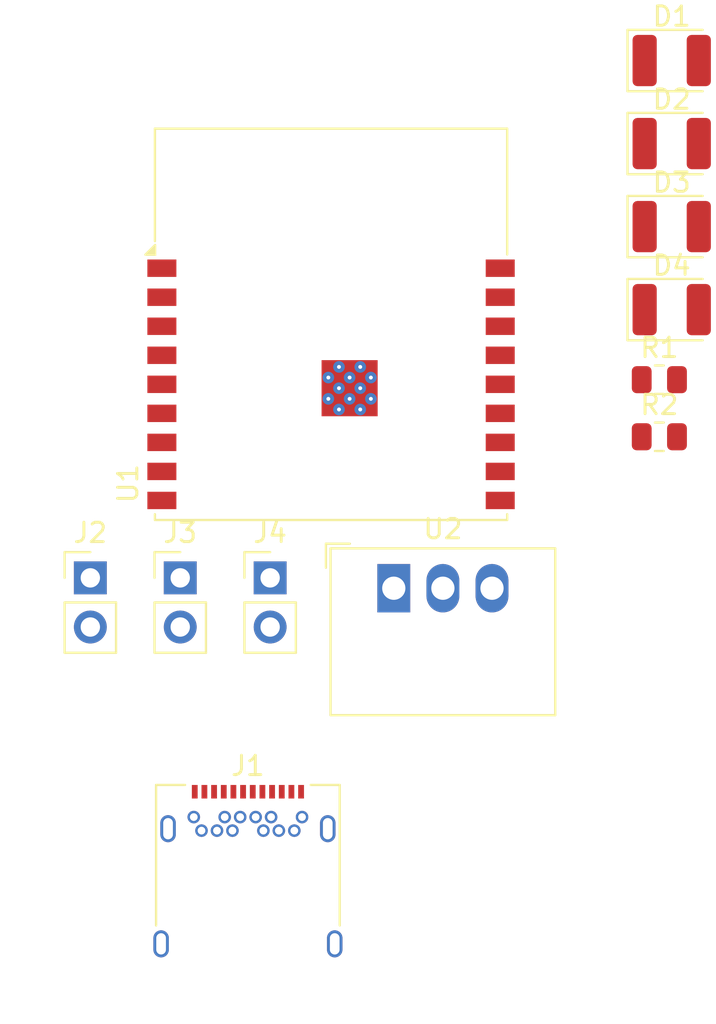
<source format=kicad_pcb>
(kicad_pcb (version 20240108) (generator "pcbnew") (generator_version "8.0")
  (layers (0 "F.Cu" signal) (31 "B.Cu" signal) (34 "B.Paste" user) (35 "F.Paste" user) (36 "B.SilkS" user "B.Silkscreen") (37 "F.SilkS" user "F.Silkscreen") (38 "B.Mask" user) (39 "F.Mask" user) (44 "Edge.Cuts" user))
  (net 0 "")
  (net 1 "Net-(D1-A)")
  (net 2 "GND")
  (net 3 "Net-(D2-A)")
  (net 4 "Net-(D3-A)")
  (net 5 "Net-(D4-A)")
  (net 9 "VBUS")
  (net 11 "Net-(J1-CC2)")
  (net 19 "Net-(J1-CC1)")
  (net 23 "Net-(J2-Pin_1)")
  (net 24 "Net-(J2-Pin_2)")
  (net 25 "Net-(J3-Pin_2)")
  (net 26 "Net-(J3-Pin_1)")
  (footprint "RF_Module:ESP32-C3-WROOM-02" (layer "F.Cu") (at 91.29 51.59)
    (property "Reference" "U1" (at -10.5 5.13 90) (layer "F.SilkS"))
    (property "Value" "ESP32-C3-WROOM-02")
    (fp_line (start -9.11 -13.21) (end -9.11 -7.4) (stroke (width 0.12)) (layer "F.SilkS"))
    (fp_line (start -9.11 -13.21) (end 9.11 -13.21) (stroke (width 0.12)) (layer "F.SilkS"))
    (fp_line (start -9.11 6.71) (end -9.11 7.01) (stroke (width 0.12)) (layer "F.SilkS"))
    (fp_line (start -9.11 7.01) (end 9.11 7.01) (stroke (width 0.12)) (layer "F.SilkS"))
    (fp_line (start 9.11 -13.21) (end 9.11 -6.71) (stroke (width 0.12)) (layer "F.SilkS"))
    (fp_line (start 9.11 6.71) (end 9.11 7.01) (stroke (width 0.12)) (layer "F.SilkS"))
    (fp_poly (pts (xy -9.1 -6.7) (xy -9.6 -6.7) (xy -9.1 -7.2) (xy -9.1 -6.7)) (stroke (width 0.12)) (fill solid) (layer "F.SilkS"))
    (pad "1" smd rect (at -8.75 -6) (size 1.5 0.9) (layers "F.Cu" "F.Paste" "F.Mask") (net 24 "Net-(J2-Pin_2)"))
    (pad "2" smd rect (at -8.75 -4.5) (size 1.5 0.9) (layers "F.Cu" "F.Paste" "F.Mask") (net 23 "Net-(J2-Pin_1)"))
    (pad "3" smd rect (at -8.75 -3) (size 1.5 0.9) (layers "F.Cu" "F.Paste" "F.Mask") (net 3 "Net-(D2-A)"))
    (pad "4" smd rect (at -8.75 -1.5) (size 1.5 0.9) (layers "F.Cu" "F.Paste" "F.Mask") (net 4 "Net-(D3-A)"))
    (pad "5" smd rect (at -8.75 0) (size 1.5 0.9) (layers "F.Cu" "F.Paste" "F.Mask") (net 5 "Net-(D4-A)"))
    (pad "6" smd rect (at -8.75 1.5) (size 1.5 0.9) (layers "F.Cu" "F.Paste" "F.Mask"))
    (pad "7" smd rect (at -8.75 3) (size 1.5 0.9) (layers "F.Cu" "F.Paste" "F.Mask"))
    (pad "8" smd rect (at -8.75 4.5) (size 1.5 0.9) (layers "F.Cu" "F.Paste" "F.Mask"))
    (pad "9" smd rect (at -8.75 6) (size 1.5 0.9) (layers "F.Cu" "F.Paste" "F.Mask") (net 2 "GND"))
    (pad "10" smd rect (at 8.75 6) (size 1.5 0.9) (layers "F.Cu" "F.Paste" "F.Mask"))
    (pad "11" smd rect (at 8.75 4.5) (size 1.5 0.9) (layers "F.Cu" "F.Paste" "F.Mask") (net 26 "Net-(J3-Pin_1)"))
    (pad "12" smd rect (at 8.75 3) (size 1.5 0.9) (layers "F.Cu" "F.Paste" "F.Mask") (net 25 "Net-(J3-Pin_2)"))
    (pad "13" smd rect (at 8.75 1.5) (size 1.5 0.9) (layers "F.Cu" "F.Paste" "F.Mask"))
    (pad "14" smd rect (at 8.75 0) (size 1.5 0.9) (layers "F.Cu" "F.Paste" "F.Mask"))
    (pad "15" smd rect (at 8.75 -1.5) (size 1.5 0.9) (layers "F.Cu" "F.Paste" "F.Mask") (net 1 "Net-(D1-A)"))
    (pad "16" smd rect (at 8.75 -3) (size 1.5 0.9) (layers "F.Cu" "F.Paste" "F.Mask"))
    (pad "17" smd rect (at 8.75 -4.5) (size 1.5 0.9) (layers "F.Cu" "F.Paste" "F.Mask"))
    (pad "18" smd rect (at 8.75 -6) (size 1.5 0.9) (layers "F.Cu" "F.Paste" "F.Mask"))
    (pad "19" thru_hole circle (at -0.14 -0.35) (size 0.6 0.6) (drill 0.2) (property pad_prop_heatsink) (layers "*.Cu" "F.Mask") (net 2 "GND"))
    (pad "19" thru_hole circle (at -0.14 0.75) (size 0.6 0.6) (drill 0.2) (property pad_prop_heatsink) (layers "*.Cu" "F.Mask") (net 2 "GND"))
    (pad "19" thru_hole circle (at 0.41 -0.9) (size 0.6 0.6) (drill 0.2) (property pad_prop_heatsink) (layers "*.Cu" "F.Mask") (net 2 "GND"))
    (pad "19" thru_hole circle (at 0.41 0.2) (size 0.6 0.6) (drill 0.2) (property pad_prop_heatsink) (layers "*.Cu" "F.Mask") (net 2 "GND"))
    (pad "19" thru_hole circle (at 0.41 1.3) (size 0.6 0.6) (drill 0.2) (property pad_prop_heatsink) (layers "*.Cu" "F.Mask") (net 2 "GND"))
    (pad "19" thru_hole circle (at 0.96 -0.35) (size 0.6 0.6) (drill 0.2) (property pad_prop_heatsink) (layers "*.Cu" "F.Mask") (net 2 "GND"))
    (pad "19" smd rect (at 0.96 0.2) (size 2.9 2.9) (property pad_prop_heatsink) (layers "F.Cu" "F.Mask") (net 2 "GND"))
    (pad "19" thru_hole circle (at 0.96 0.75) (size 0.6 0.6) (drill 0.2) (property pad_prop_heatsink) (layers "*.Cu" "F.Mask") (net 2 "GND"))
    (pad "19" thru_hole circle (at 1.51 -0.9) (size 0.6 0.6) (drill 0.2) (property pad_prop_heatsink) (layers "*.Cu" "F.Mask") (net 2 "GND"))
    (pad "19" thru_hole circle (at 1.51 0.2) (size 0.6 0.6) (drill 0.2) (property pad_prop_heatsink) (layers "*.Cu" "F.Mask") (net 2 "GND"))
    (pad "19" thru_hole circle (at 1.51 1.3) (size 0.6 0.6) (drill 0.2) (property pad_prop_heatsink) (layers "*.Cu" "F.Mask") (net 2 "GND"))
    (pad "19" thru_hole circle (at 2.06 -0.35) (size 0.6 0.6) (drill 0.2) (property pad_prop_heatsink) (layers "*.Cu" "F.Mask") (net 2 "GND"))
    (pad "19" thru_hole circle (at 2.06 0.75) (size 0.6 0.6) (drill 0.2) (property pad_prop_heatsink) (layers "*.Cu" "F.Mask") (net 2 "GND"))
  )
  (footprint "Resistor_SMD:R_0805_2012Metric" (layer "F.Cu") (at 108.27 54.3)
    (property "Reference" "R2" (at 0 -1.65 0) (layer "F.SilkS"))
    (property "Value" "5.11k")
    (fp_line (start -0.227064 -0.735) (end 0.227064 -0.735) (stroke (width 0.12)) (layer "F.SilkS"))
    (fp_line (start -0.227064 0.735) (end 0.227064 0.735) (stroke (width 0.12)) (layer "F.SilkS"))
    (pad "1" smd roundrect (at -0.9125 0) (size 1.025 1.4) (layers "F.Cu" "F.Paste" "F.Mask") (roundrect_rratio 0.243902) (net 19 "Net-(J1-CC1)"))
    (pad "2" smd roundrect (at 0.9125 0) (size 1.025 1.4) (layers "F.Cu" "F.Paste" "F.Mask") (roundrect_rratio 0.243902) (net 2 "GND"))
  )
  (footprint "Connector_PinHeader_2.54mm:PinHeader_1x02_P2.54mm_Vertical" (layer "F.Cu") (at 88.14 61.59)
    (property "Reference" "J4" (at 0 -2.33 0) (layer "F.SilkS"))
    (property "Value" "Conn_01x02")
    (fp_line (start -1.33 -1.33) (end 0 -1.33) (stroke (width 0.12)) (layer "F.SilkS"))
    (fp_line (start -1.33 0) (end -1.33 -1.33) (stroke (width 0.12)) (layer "F.SilkS"))
    (fp_line (start -1.33 1.27) (end -1.33 3.87) (stroke (width 0.12)) (layer "F.SilkS"))
    (fp_line (start -1.33 1.27) (end 1.33 1.27) (stroke (width 0.12)) (layer "F.SilkS"))
    (fp_line (start -1.33 3.87) (end 1.33 3.87) (stroke (width 0.12)) (layer "F.SilkS"))
    (fp_line (start 1.33 1.27) (end 1.33 3.87) (stroke (width 0.12)) (layer "F.SilkS"))
    (pad "1" thru_hole rect (at 0 0) (size 1.7 1.7) (drill 1) (layers "*.Cu" "*.Mask") (net 24 "Net-(J2-Pin_2)"))
    (pad "2" thru_hole oval (at 0 2.54) (size 1.7 1.7) (drill 1) (layers "*.Cu" "*.Mask") (net 2 "GND"))
  )
  (footprint "LED_SMD:LED_1210_3225Metric" (layer "F.Cu") (at 108.91 34.86)
    (property "Reference" "D1" (at 0 -2.28 0) (layer "F.SilkS"))
    (property "Value" "LED")
    (fp_line (start -2.285 -1.585) (end -2.285 1.585) (stroke (width 0.12)) (layer "F.SilkS"))
    (fp_line (start -2.285 1.585) (end 1.6 1.585) (stroke (width 0.12)) (layer "F.SilkS"))
    (fp_line (start 1.6 -1.585) (end -2.285 -1.585) (stroke (width 0.12)) (layer "F.SilkS"))
    (pad "1" smd roundrect (at -1.4 0) (size 1.25 2.65) (layers "F.Cu" "F.Paste" "F.Mask") (roundrect_rratio 0.2) (net 2 "GND"))
    (pad "2" smd roundrect (at 1.4 0) (size 1.25 2.65) (layers "F.Cu" "F.Paste" "F.Mask") (roundrect_rratio 0.2) (net 1 "Net-(D1-A)"))
  )
  (footprint "LED_SMD:LED_1210_3225Metric" (layer "F.Cu") (at 108.91 39.15)
    (property "Reference" "D2" (at 0 -2.28 0) (layer "F.SilkS"))
    (property "Value" "LED")
    (fp_line (start -2.285 -1.585) (end -2.285 1.585) (stroke (width 0.12)) (layer "F.SilkS"))
    (fp_line (start -2.285 1.585) (end 1.6 1.585) (stroke (width 0.12)) (layer "F.SilkS"))
    (fp_line (start 1.6 -1.585) (end -2.285 -1.585) (stroke (width 0.12)) (layer "F.SilkS"))
    (pad "1" smd roundrect (at -1.4 0) (size 1.25 2.65) (layers "F.Cu" "F.Paste" "F.Mask") (roundrect_rratio 0.2) (net 2 "GND"))
    (pad "2" smd roundrect (at 1.4 0) (size 1.25 2.65) (layers "F.Cu" "F.Paste" "F.Mask") (roundrect_rratio 0.2) (net 3 "Net-(D2-A)"))
  )
  (footprint "Resistor_SMD:R_0805_2012Metric" (layer "F.Cu") (at 108.27 51.35)
    (property "Reference" "R1" (at 0 -1.65 0) (layer "F.SilkS"))
    (property "Value" "5.11k")
    (fp_line (start -0.227064 -0.735) (end 0.227064 -0.735) (stroke (width 0.12)) (layer "F.SilkS"))
    (fp_line (start -0.227064 0.735) (end 0.227064 0.735) (stroke (width 0.12)) (layer "F.SilkS"))
    (pad "1" smd roundrect (at -0.9125 0) (size 1.025 1.4) (layers "F.Cu" "F.Paste" "F.Mask") (roundrect_rratio 0.243902) (net 2 "GND"))
    (pad "2" smd roundrect (at 0.9125 0) (size 1.025 1.4) (layers "F.Cu" "F.Paste" "F.Mask") (roundrect_rratio 0.243902) (net 11 "Net-(J1-CC2)"))
  )
  (footprint "LED_SMD:LED_1210_3225Metric" (layer "F.Cu") (at 108.91 43.44)
    (property "Reference" "D3" (at 0 -2.28 0) (layer "F.SilkS"))
    (property "Value" "LED")
    (fp_line (start -2.285 -1.585) (end -2.285 1.585) (stroke (width 0.12)) (layer "F.SilkS"))
    (fp_line (start -2.285 1.585) (end 1.6 1.585) (stroke (width 0.12)) (layer "F.SilkS"))
    (fp_line (start 1.6 -1.585) (end -2.285 -1.585) (stroke (width 0.12)) (layer "F.SilkS"))
    (pad "1" smd roundrect (at -1.4 0) (size 1.25 2.65) (layers "F.Cu" "F.Paste" "F.Mask") (roundrect_rratio 0.2) (net 2 "GND"))
    (pad "2" smd roundrect (at 1.4 0) (size 1.25 2.65) (layers "F.Cu" "F.Paste" "F.Mask") (roundrect_rratio 0.2) (net 4 "Net-(D3-A)"))
  )
  (footprint "Connector_PinHeader_2.54mm:PinHeader_1x02_P2.54mm_Vertical" (layer "F.Cu") (at 83.49 61.59)
    (property "Reference" "J3" (at 0 -2.33 0) (layer "F.SilkS"))
    (property "Value" "Conn_01x02")
    (fp_line (start -1.33 -1.33) (end 0 -1.33) (stroke (width 0.12)) (layer "F.SilkS"))
    (fp_line (start -1.33 0) (end -1.33 -1.33) (stroke (width 0.12)) (layer "F.SilkS"))
    (fp_line (start -1.33 1.27) (end -1.33 3.87) (stroke (width 0.12)) (layer "F.SilkS"))
    (fp_line (start -1.33 1.27) (end 1.33 1.27) (stroke (width 0.12)) (layer "F.SilkS"))
    (fp_line (start -1.33 3.87) (end 1.33 3.87) (stroke (width 0.12)) (layer "F.SilkS"))
    (fp_line (start 1.33 1.27) (end 1.33 3.87) (stroke (width 0.12)) (layer "F.SilkS"))
    (pad "1" thru_hole rect (at 0 0) (size 1.7 1.7) (drill 1) (layers "*.Cu" "*.Mask") (net 26 "Net-(J3-Pin_1)"))
    (pad "2" thru_hole oval (at 0 2.54) (size 1.7 1.7) (drill 1) (layers "*.Cu" "*.Mask") (net 25 "Net-(J3-Pin_2)"))
  )
  (footprint "Connector_PinHeader_2.54mm:PinHeader_1x02_P2.54mm_Vertical" (layer "F.Cu") (at 78.84 61.59)
    (property "Reference" "J2" (at 0 -2.33 0) (layer "F.SilkS"))
    (property "Value" "Conn_01x02")
    (fp_line (start -1.33 -1.33) (end 0 -1.33) (stroke (width 0.12)) (layer "F.SilkS"))
    (fp_line (start -1.33 0) (end -1.33 -1.33) (stroke (width 0.12)) (layer "F.SilkS"))
    (fp_line (start -1.33 1.27) (end -1.33 3.87) (stroke (width 0.12)) (layer "F.SilkS"))
    (fp_line (start -1.33 1.27) (end 1.33 1.27) (stroke (width 0.12)) (layer "F.SilkS"))
    (fp_line (start -1.33 3.87) (end 1.33 3.87) (stroke (width 0.12)) (layer "F.SilkS"))
    (fp_line (start 1.33 1.27) (end 1.33 3.87) (stroke (width 0.12)) (layer "F.SilkS"))
    (pad "1" thru_hole rect (at 0 0) (size 1.7 1.7) (drill 1) (layers "*.Cu" "*.Mask") (net 23 "Net-(J2-Pin_1)"))
    (pad "2" thru_hole oval (at 0 2.54) (size 1.7 1.7) (drill 1) (layers "*.Cu" "*.Mask") (net 24 "Net-(J2-Pin_2)"))
  )
  (footprint "Converter_DCDC:Converter_DCDC_RECOM_R-78B-2.0_THT" (layer "F.Cu") (at 94.535 62.125)
    (property "Reference" "U2" (at 2.54 -3.06 0) (layer "F.SilkS"))
    (property "Value" "R-78B3.3-2.0")
    (fp_line (start -3.51 -2.3) (end -2.27 -2.3) (stroke (width 0.12)) (layer "F.SilkS"))
    (fp_line (start -3.51 -1.06) (end -3.51 -2.3) (stroke (width 0.12)) (layer "F.SilkS"))
    (fp_line (start -3.27 -2.06) (end -3.27 6.56) (stroke (width 0.12)) (layer "F.SilkS"))
    (fp_line (start -3.27 -2.06) (end 8.35 -2.06) (stroke (width 0.12)) (layer "F.SilkS"))
    (fp_line (start -3.27 6.56) (end 8.35 6.56) (stroke (width 0.12)) (layer "F.SilkS"))
    (fp_line (start 8.35 -2.06) (end 8.35 6.56) (stroke (width 0.12)) (layer "F.SilkS"))
    (pad "1" thru_hole rect (at 0 0) (size 1.7 2.5) (drill 1.2) (layers "*.Cu" "*.Mask") (net 9 "VBUS"))
    (pad "2" thru_hole oval (at 2.54 0) (size 1.7 2.5) (drill 1.2) (layers "*.Cu" "*.Mask") (net 2 "GND"))
    (pad "3" thru_hole oval (at 5.08 0) (size 1.7 2.5) (drill 1.2) (layers "*.Cu" "*.Mask") (net 24 "Net-(J2-Pin_2)"))
  )
  (footprint "LED_SMD:LED_1210_3225Metric" (layer "F.Cu") (at 108.91 47.73)
    (property "Reference" "D4" (at 0 -2.28 0) (layer "F.SilkS"))
    (property "Value" "LED")
    (fp_line (start -2.285 -1.585) (end -2.285 1.585) (stroke (width 0.12)) (layer "F.SilkS"))
    (fp_line (start -2.285 1.585) (end 1.6 1.585) (stroke (width 0.12)) (layer "F.SilkS"))
    (fp_line (start 1.6 -1.585) (end -2.285 -1.585) (stroke (width 0.12)) (layer "F.SilkS"))
    (pad "1" smd roundrect (at -1.4 0) (size 1.25 2.65) (layers "F.Cu" "F.Paste" "F.Mask") (roundrect_rratio 0.2) (net 2 "GND"))
    (pad "2" smd roundrect (at 1.4 0) (size 1.25 2.65) (layers "F.Cu" "F.Paste" "F.Mask") (roundrect_rratio 0.2) (net 5 "Net-(D4-A)"))
  )
  (footprint "Connector_USB:USB_C_Receptacle_Amphenol_12401548E4-2A" (layer "F.Cu") (at 86.99 77.66)
    (property "Reference" "J1" (at 0 -6.36 0) (layer "F.SilkS"))
    (property "Value" "USB_C_Receptacle")
    (fp_line (start -4.75 -5.37) (end -4.75 1.89) (stroke (width 0.12)) (layer "F.SilkS"))
    (fp_line (start -4.75 -5.37) (end -3.25 -5.37) (stroke (width 0.12)) (layer "F.SilkS"))
    (fp_line (start 3.25 -5.37) (end 4.75 -5.37) (stroke (width 0.12)) (layer "F.SilkS"))
    (fp_line (start 4.75 -5.37) (end 4.75 1.89) (stroke (width 0.12)) (layer "F.SilkS"))
    (pad "" np_thru_hole circle (at -3.6 -4.36) (size 0.65 0.65) (drill 0.65) (layers "*.Cu" "*.Mask"))
    (pad "" np_thru_hole oval (at 3.6 -4.36) (size 0.95 0.65) (drill oval 0.95 0.65) (layers "*.Cu" "*.Mask"))
    (pad "A1" smd rect (at -2.75 -5.02) (size 0.3 0.7) (layers "F.Cu" "F.Paste" "F.Mask") (net 2 "GND"))
    (pad "A2" smd rect (at -2.25 -5.02) (size 0.3 0.7) (layers "F.Cu" "F.Paste" "F.Mask"))
    (pad "A3" smd rect (at -1.75 -5.02) (size 0.3 0.7) (layers "F.Cu" "F.Paste" "F.Mask"))
    (pad "A4" smd rect (at -1.25 -5.02) (size 0.3 0.7) (layers "F.Cu" "F.Paste" "F.Mask") (net 9 "VBUS"))
    (pad "A5" smd rect (at -0.75 -5.02) (size 0.3 0.7) (layers "F.Cu" "F.Paste" "F.Mask") (net 19 "Net-(J1-CC1)"))
    (pad "A6" smd rect (at -0.25 -5.02) (size 0.3 0.7) (layers "F.Cu" "F.Paste" "F.Mask"))
    (pad "A7" smd rect (at 0.25 -5.02) (size 0.3 0.7) (layers "F.Cu" "F.Paste" "F.Mask"))
    (pad "A8" smd rect (at 0.75 -5.02) (size 0.3 0.7) (layers "F.Cu" "F.Paste" "F.Mask"))
    (pad "A9" smd rect (at 1.25 -5.02) (size 0.3 0.7) (layers "F.Cu" "F.Paste" "F.Mask") (net 9 "VBUS"))
    (pad "A10" smd rect (at 1.75 -5.02) (size 0.3 0.7) (layers "F.Cu" "F.Paste" "F.Mask"))
    (pad "A11" smd rect (at 2.25 -5.02) (size 0.3 0.7) (layers "F.Cu" "F.Paste" "F.Mask"))
    (pad "A12" smd rect (at 2.75 -5.02) (size 0.3 0.7) (layers "F.Cu" "F.Paste" "F.Mask") (net 2 "GND"))
    (pad "B1" thru_hole circle (at 2.8 -3.71) (size 0.65 0.65) (drill 0.4) (property pad_prop_heatsink) (layers "*.Cu" "*.Mask") (net 2 "GND"))
    (pad "B2" thru_hole circle (at 2.4 -3.01) (size 0.65 0.65) (drill 0.4) (property pad_prop_heatsink) (layers "*.Cu" "*.Mask"))
    (pad "B3" thru_hole circle (at 1.6 -3.01) (size 0.65 0.65) (drill 0.4) (property pad_prop_heatsink) (layers "*.Cu" "*.Mask"))
    (pad "B4" thru_hole circle (at 1.2 -3.71) (size 0.65 0.65) (drill 0.4) (property pad_prop_heatsink) (layers "*.Cu" "*.Mask") (net 9 "VBUS"))
    (pad "B5" thru_hole circle (at 0.8 -3.01) (size 0.65 0.65) (drill 0.4) (property pad_prop_heatsink) (layers "*.Cu" "*.Mask") (net 11 "Net-(J1-CC2)"))
    (pad "B6" thru_hole circle (at 0.4 -3.71) (size 0.65 0.65) (drill 0.4) (property pad_prop_heatsink) (layers "*.Cu" "*.Mask"))
    (pad "B7" thru_hole circle (at -0.4 -3.71) (size 0.65 0.65) (drill 0.4) (property pad_prop_heatsink) (layers "*.Cu" "*.Mask"))
    (pad "B8" thru_hole circle (at -0.8 -3.01) (size 0.65 0.65) (drill 0.4) (property pad_prop_heatsink) (layers "*.Cu" "*.Mask"))
    (pad "B9" thru_hole circle (at -1.2 -3.71) (size 0.65 0.65) (drill 0.4) (property pad_prop_heatsink) (layers "*.Cu" "*.Mask") (net 9 "VBUS"))
    (pad "B10" thru_hole circle (at -1.6 -3.01) (size 0.65 0.65) (drill 0.4) (property pad_prop_heatsink) (layers "*.Cu" "*.Mask"))
    (pad "B11" thru_hole circle (at -2.4 -3.01) (size 0.65 0.65) (drill 0.4) (property pad_prop_heatsink) (layers "*.Cu" "*.Mask"))
    (pad "B12" thru_hole circle (at -2.8 -3.71) (size 0.65 0.65) (drill 0.4) (property pad_prop_heatsink) (layers "*.Cu" "*.Mask") (net 2 "GND"))
    (pad "S1" thru_hole oval (at -4.49 2.84) (size 0.8 1.4) (drill oval 0.5 1.1) (property pad_prop_heatsink) (layers "*.Cu" "*.Mask") (net 2 "GND"))
    (pad "S1" thru_hole oval (at -4.13 -3.11) (size 0.8 1.4) (drill oval 0.5 1.1) (property pad_prop_heatsink) (layers "*.Cu" "*.Mask") (net 2 "GND"))
    (pad "S1" thru_hole oval (at 4.13 -3.11) (size 0.8 1.4) (drill oval 0.5 1.1) (property pad_prop_heatsink) (layers "*.Cu" "*.Mask") (net 2 "GND"))
    (pad "S1" thru_hole oval (at 4.49 2.84) (size 0.8 1.4) (drill oval 0.5 1.1) (property pad_prop_heatsink) (layers "*.Cu" "*.Mask") (net 2 "GND"))
  )
)
</source>
